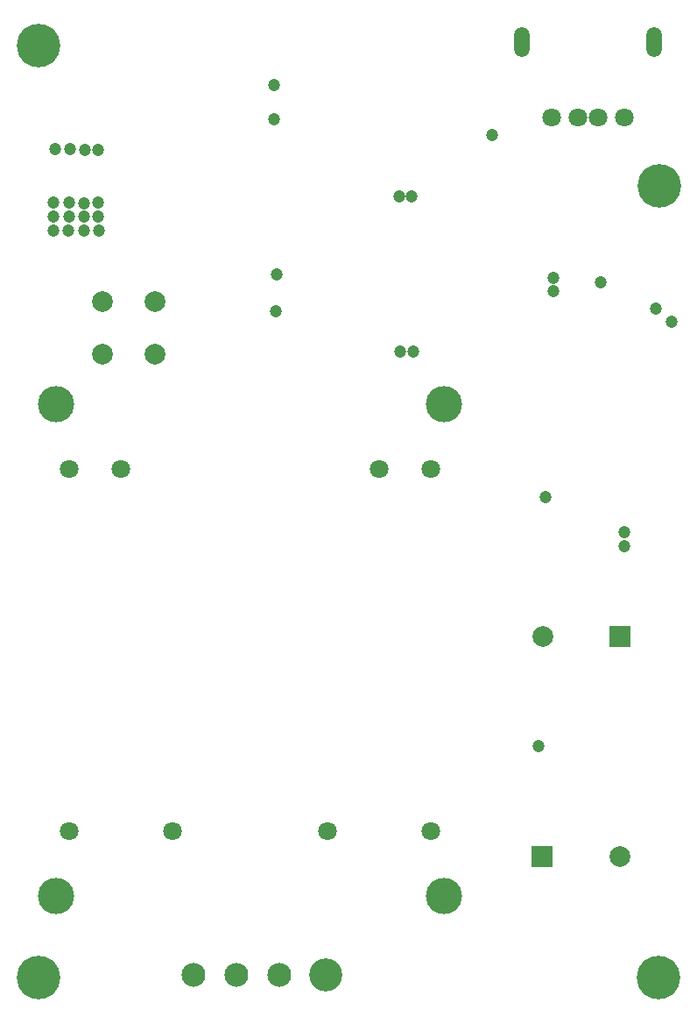
<source format=gbs>
G04 Layer_Color=16711935*
%FSAX25Y25*%
%MOIN*%
G70*
G01*
G75*
%ADD71O,0.05918X0.11430*%
%ADD72C,0.07099*%
%ADD73C,0.16548*%
%ADD74C,0.09068*%
%ADD75C,0.12598*%
%ADD76C,0.07887*%
%ADD77R,0.07887X0.07887*%
%ADD78C,0.13780*%
%ADD79C,0.04737*%
D71*
X0344294Y0465700D02*
D03*
X0293900D02*
D03*
D72*
X0332876Y0436763D02*
D03*
X0323034D02*
D03*
X0315160D02*
D03*
X0305317D02*
D03*
X0121390Y0303400D02*
D03*
X0141075D02*
D03*
X0259185D02*
D03*
X0239500D02*
D03*
X0219815Y0165605D02*
D03*
X0259185D02*
D03*
X0121390D02*
D03*
X0160760D02*
D03*
D73*
X0346000Y0109800D02*
D03*
X0346063Y0411024D02*
D03*
X0109843Y0109843D02*
D03*
X0109800Y0464200D02*
D03*
D74*
X0169001Y0111000D02*
D03*
X0185300D02*
D03*
X0201599D02*
D03*
D75*
X0219119D02*
D03*
D76*
X0154100Y0346900D02*
D03*
Y0366900D02*
D03*
X0134100D02*
D03*
Y0346900D02*
D03*
X0301836Y0239700D02*
D03*
X0331164Y0156000D02*
D03*
D77*
X0331364Y0239700D02*
D03*
X0301636Y0156000D02*
D03*
D78*
X0116468Y0328006D02*
D03*
X0264106D02*
D03*
X0116468Y0140998D02*
D03*
X0264106D02*
D03*
D79*
X0127300Y0393800D02*
D03*
X0132900D02*
D03*
X0115500Y0393900D02*
D03*
X0121300Y0393800D02*
D03*
X0332900Y0274000D02*
D03*
Y0279400D02*
D03*
X0305900Y0376000D02*
D03*
Y0370900D02*
D03*
X0199600Y0449400D02*
D03*
X0282600Y0430200D02*
D03*
X0323800Y0374300D02*
D03*
X0127500Y0424700D02*
D03*
X0116200Y0424800D02*
D03*
X0132700Y0404500D02*
D03*
X0121400Y0399200D02*
D03*
X0132700Y0424700D02*
D03*
X0121900Y0424800D02*
D03*
X0115500Y0399300D02*
D03*
X0115600Y0404500D02*
D03*
X0127100Y0404400D02*
D03*
X0132700Y0399300D02*
D03*
X0127200D02*
D03*
X0121400Y0404500D02*
D03*
X0344943Y0364400D02*
D03*
X0247700Y0348000D02*
D03*
X0247300Y0407000D02*
D03*
X0199500Y0436100D02*
D03*
X0351000Y0359100D02*
D03*
X0300200Y0197800D02*
D03*
X0252400Y0348000D02*
D03*
X0302900Y0292637D02*
D03*
X0251800Y0407000D02*
D03*
X0200200Y0363300D02*
D03*
X0200400Y0377300D02*
D03*
M02*

</source>
